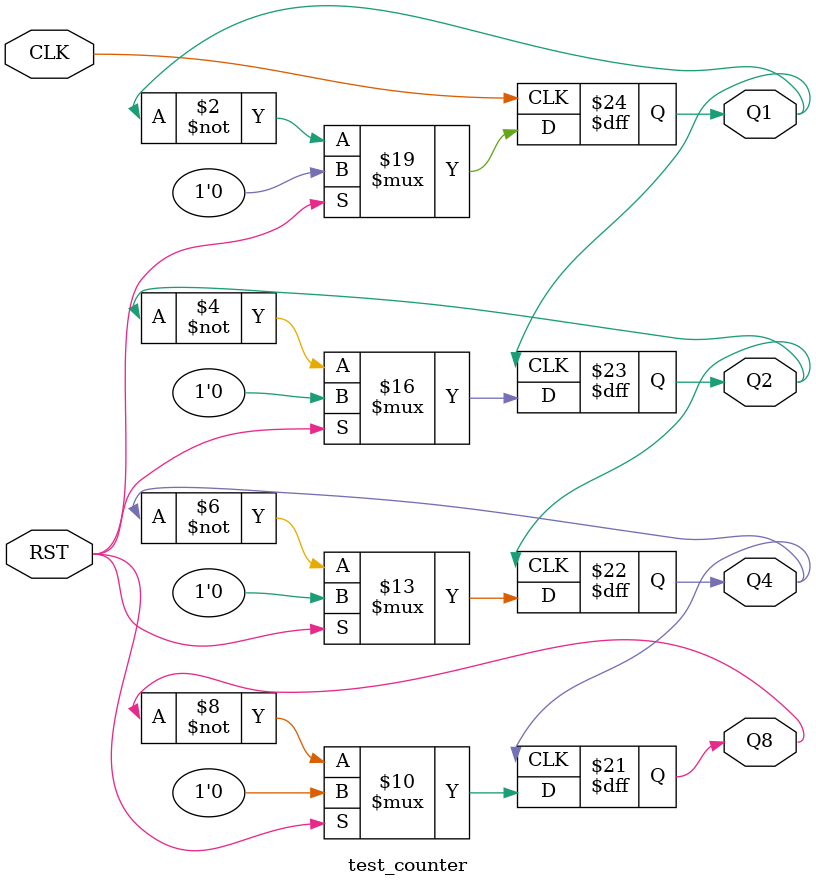
<source format=v>
module test_counter(
	input RST, CLK,
	output reg Q1, Q2, Q4, Q8
	);

	
	

	always @(negedge CLK) begin
		if(RST) begin 
			Q1<=1'b0;
			end
		else begin
			Q1 <= ~Q1;
			end
	end

	always @(negedge Q1) begin
		if(RST) begin 
		  Q2<=1'b0;
		  end
		else begin
			Q2 <= ~Q2;
			end
	end
		
	always @(negedge Q2) begin
		if(RST) begin
			Q4<=1'b0;
			end
		else begin
			Q4 <= ~Q4;
			end
	end
	always @(negedge Q4) begin
		if(RST) begin
			Q8 <= 1'b0;
			end
		else begin
			Q8 <= ~Q8;
			end
	end
	
		

							
				

		


endmodule

</source>
